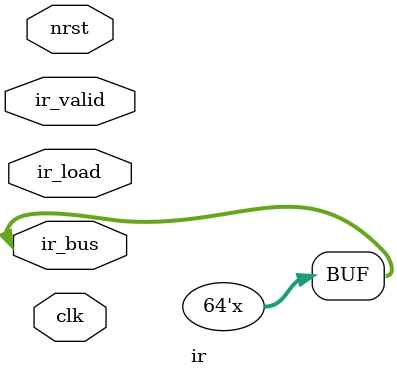
<source format=v>
module ir(
	  clk,
	  nrst,
	  ir_valid,
	  ir_load,
	  ir_bus);

  input clk;
  input nrst;
  input wire ir_valid;
  input wire ir_load;

  inout wire [63:0] ir_bus;
  reg [63:0]   ir_reg;
  
  assign ir_bus  = ir_valid ? ir_reg : 64'bz;

  always @(*) begin
    ir_reg <= ir_bus;
  end
  
  
  /*
  always @(posedge clk) begin
    if (nrst == 0) begin
      ir_reg <= 0;
    end
    else begin
      if (ir_load == 1) begin
	ir_reg <= ir_bus;
      end
    end
  end
   */

endmodule // ir


</source>
